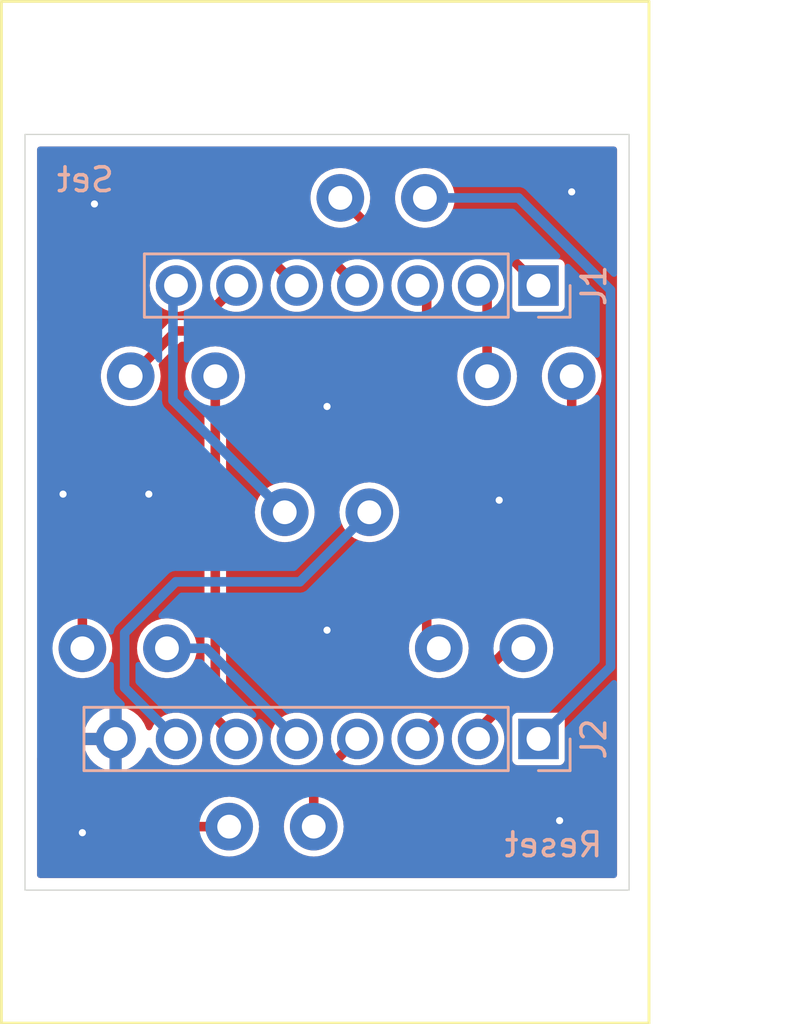
<source format=kicad_pcb>
(kicad_pcb (version 20220308) (generator pcbnew)
  (layers (0 "F.Cu" signal) (31 "B.Cu" signal) (34 "B.Paste" user) (35 "F.Paste" user) (36 "B.SilkS" user "B.Silkscreen") (37 "F.SilkS" user "F.Silkscreen") (38 "B.Mask" user) (39 "F.Mask" user) (44 "Edge.Cuts" user))
  (net 0 "")
  (net 1 "Net-(DS1-A_SET)")
  (net 2 "Net-(DS1-A_RESET)")
  (net 3 "Net-(DS1-B_SET)")
  (net 4 "Net-(DS1-B_RESET)")
  (net 5 "Net-(DS1-C_SET)")
  (net 6 "Net-(DS1-C_RESET)")
  (net 7 "Net-(DS1-D_SET)")
  (net 8 "Net-(DS1-D_RESET)")
  (net 9 "Net-(DS1-E_SET)")
  (net 10 "Net-(DS1-E_RESET)")
  (net 11 "Net-(DS1-F_SET)")
  (net 12 "Net-(DS1-F_RESET)")
  (net 13 "Net-(DS1-G_SET)")
  (net 14 "Net-(DS1-G_RESET)")
  (net 15 "GND")
  (footprint "mio:Small_7_Seg_FlipDot" (layer "F.Cu") (at 143.51 87.63)
    (fp_text reference "DS1" hide)
    (fp_text value "Small_7_Seg_FlipDot" hide)
    (fp_line (start -13.6906 -21.463) (end -13.6906 21.463) (stroke (width 0.12)) (layer "F.SilkS"))
    (fp_line (start -13.6906 -21.463) (end 13.5382 -21.463) (stroke (width 0.12)) (layer "F.SilkS"))
    (fp_line (start 13.5382 -21.463) (end 13.5382 21.463) (stroke (width 0.12)) (layer "F.SilkS"))
    (fp_line (start 13.5382 21.463) (end -13.6906 21.463) (stroke (width 0.12)) (layer "F.SilkS"))
    (pad "A1" thru_hole circle locked (at 0.5588 -13.208) (size 2 2) (drill 1) (layers *.Cu *.Mask) (net 1 "Net-(DS1-A_SET)"))
    (pad "A2" thru_hole circle locked (at 4.1148 -13.208) (size 2 2) (drill 1) (layers *.Cu *.Mask) (net 2 "Net-(DS1-A_RESET)"))
    (pad "B1" thru_hole circle locked (at 6.731 -5.715) (size 2 2) (drill 1) (layers *.Cu *.Mask) (net 3 "Net-(DS1-B_SET)"))
    (pad "B2" thru_hole circle locked (at 10.287 -5.715) (size 2 2) (drill 1) (layers *.Cu *.Mask) (net 4 "Net-(DS1-B_RESET)"))
    (pad "C1" thru_hole circle locked (at 4.699 5.715) (size 2 2) (drill 1) (layers *.Cu *.Mask) (net 5 "Net-(DS1-C_SET)"))
    (pad "C2" thru_hole circle locked (at 8.255 5.715) (size 2 2) (drill 1) (layers *.Cu *.Mask) (net 6 "Net-(DS1-C_RESET)"))
    (pad "D1" thru_hole circle locked (at -4.1148 13.208) (size 2 2) (drill 1) (layers *.Cu *.Mask) (net 7 "Net-(DS1-D_SET)"))
    (pad "D2" thru_hole circle locked (at -0.5588 13.208) (size 2 2) (drill 1) (layers *.Cu *.Mask) (net 8 "Net-(DS1-D_RESET)"))
    (pad "E1" thru_hole circle locked (at -10.287 5.715) (size 2 2) (drill 1) (layers *.Cu *.Mask) (net 9 "Net-(DS1-E_SET)"))
    (pad "E2" thru_hole circle locked (at -6.731 5.715) (size 2 2) (drill 1) (layers *.Cu *.Mask) (net 10 "Net-(DS1-E_RESET)"))
    (pad "F1" thru_hole circle locked (at -8.255 -5.715) (size 2 2) (drill 1) (layers *.Cu *.Mask) (net 11 "Net-(DS1-F_SET)"))
    (pad "F2" thru_hole circle locked (at -4.699 -5.715) (size 2 2) (drill 1) (layers *.Cu *.Mask) (net 12 "Net-(DS1-F_RESET)"))
    (pad "G1" thru_hole circle locked (at -1.778 0) (size 2 2) (drill 1) (layers *.Cu *.Mask) (net 13 "Net-(DS1-G_SET)"))
    (pad "G2" thru_hole circle locked (at 1.778 0) (size 2 2) (drill 1) (layers *.Cu *.Mask) (net 14 "Net-(DS1-G_RESET)"))
  )
  (footprint "Connector_PinHeader_2.54mm:PinHeader_1x07_P2.54mm_Vertical" (layer "B.Cu") (at 152.4 78.105 90)
    (fp_text reference "J1" (at 0 2.33 270) (layer "B.SilkS"))
    (fp_text value "Conn_01x07_Male")
    (fp_line (start -1.33 -16.57) (end 1.33 -16.57) (stroke (width 0.12)) (layer "B.SilkS"))
    (fp_line (start -1.33 -1.27) (end -1.33 -16.57) (stroke (width 0.12)) (layer "B.SilkS"))
    (fp_line (start -1.33 -1.27) (end 1.33 -1.27) (stroke (width 0.12)) (layer "B.SilkS"))
    (fp_line (start -1.33 0) (end -1.33 1.33) (stroke (width 0.12)) (layer "B.SilkS"))
    (fp_line (start -1.33 1.33) (end 0 1.33) (stroke (width 0.12)) (layer "B.SilkS"))
    (fp_line (start 1.33 -1.27) (end 1.33 -16.57) (stroke (width 0.12)) (layer "B.SilkS"))
    (pad "1" thru_hole rect locked (at 0 0 90) (size 1.7 1.7) (drill 1) (layers *.Cu *.Mask) (net 1 "Net-(DS1-A_SET)"))
    (pad "2" thru_hole oval locked (at 0 -2.54 90) (size 1.7 1.7) (drill 1) (layers *.Cu *.Mask) (net 3 "Net-(DS1-B_SET)"))
    (pad "3" thru_hole oval locked (at 0 -5.08 90) (size 1.7 1.7) (drill 1) (layers *.Cu *.Mask) (net 5 "Net-(DS1-C_SET)"))
    (pad "4" thru_hole oval locked (at 0 -7.62 90) (size 1.7 1.7) (drill 1) (layers *.Cu *.Mask) (net 7 "Net-(DS1-D_SET)"))
    (pad "5" thru_hole oval locked (at 0 -10.16 90) (size 1.7 1.7) (drill 1) (layers *.Cu *.Mask) (net 9 "Net-(DS1-E_SET)"))
    (pad "6" thru_hole oval locked (at 0 -12.7 90) (size 1.7 1.7) (drill 1) (layers *.Cu *.Mask) (net 11 "Net-(DS1-F_SET)"))
    (pad "7" thru_hole oval locked (at 0 -15.24 90) (size 1.7 1.7) (drill 1) (layers *.Cu *.Mask) (net 13 "Net-(DS1-G_SET)"))
  )
  (footprint "Connector_PinHeader_2.54mm:PinHeader_1x08_P2.54mm_Vertical" (layer "B.Cu") (at 152.4 97.155 90)
    (fp_text reference "J2" (at 0 2.33 270) (layer "B.SilkS"))
    (fp_text value "Conn_01x08_Male")
    (fp_line (start -1.33 -19.11) (end 1.33 -19.11) (stroke (width 0.12)) (layer "B.SilkS"))
    (fp_line (start -1.33 -1.27) (end -1.33 -19.11) (stroke (width 0.12)) (layer "B.SilkS"))
    (fp_line (start -1.33 -1.27) (end 1.33 -1.27) (stroke (width 0.12)) (layer "B.SilkS"))
    (fp_line (start -1.33 0) (end -1.33 1.33) (stroke (width 0.12)) (layer "B.SilkS"))
    (fp_line (start -1.33 1.33) (end 0 1.33) (stroke (width 0.12)) (layer "B.SilkS"))
    (fp_line (start 1.33 -1.27) (end 1.33 -19.11) (stroke (width 0.12)) (layer "B.SilkS"))
    (pad "1" thru_hole rect locked (at 0 0 90) (size 1.7 1.7) (drill 1) (layers *.Cu *.Mask) (net 2 "Net-(DS1-A_RESET)"))
    (pad "2" thru_hole oval locked (at 0 -2.54 90) (size 1.7 1.7) (drill 1) (layers *.Cu *.Mask) (net 4 "Net-(DS1-B_RESET)"))
    (pad "3" thru_hole oval locked (at 0 -5.08 90) (size 1.7 1.7) (drill 1) (layers *.Cu *.Mask) (net 6 "Net-(DS1-C_RESET)"))
    (pad "4" thru_hole oval locked (at 0 -7.62 90) (size 1.7 1.7) (drill 1) (layers *.Cu *.Mask) (net 8 "Net-(DS1-D_RESET)"))
    (pad "5" thru_hole oval locked (at 0 -10.16 90) (size 1.7 1.7) (drill 1) (layers *.Cu *.Mask) (net 10 "Net-(DS1-E_RESET)"))
    (pad "6" thru_hole oval locked (at 0 -12.7 90) (size 1.7 1.7) (drill 1) (layers *.Cu *.Mask) (net 12 "Net-(DS1-F_RESET)"))
    (pad "7" thru_hole oval locked (at 0 -15.24 90) (size 1.7 1.7) (drill 1) (layers *.Cu *.Mask) (net 14 "Net-(DS1-G_RESET)"))
    (pad "8" thru_hole oval locked (at 0 -17.78 90) (size 1.7 1.7) (drill 1) (layers *.Cu *.Mask) (net 15 "GND"))
  )
  (gr_line (start 156.21 71.755) (end 156.21 103.505) (stroke (width 0.05)) (layer "Edge.Cuts"))
  (gr_line (start 130.81 71.755) (end 156.21 71.755) (stroke (width 0.05)) (layer "Edge.Cuts"))
  (gr_line (start 130.81 103.505) (end 130.81 71.755) (stroke (width 0.05)) (layer "Edge.Cuts"))
  (gr_line (start 156.21 103.505) (end 130.81 103.505) (stroke (width 0.05)) (layer "Edge.Cuts"))
  (gr_text "Set" (at 133.35 73.66) (layer "B.SilkS") (effects (font (size 1 1)) (justify mirror)))
  (gr_text "Reset" (at 153.035 101.6) (layer "B.SilkS") (effects (font (size 1 1)) (justify mirror)))
  (segment (start 150.914999 76.619999) (end 152.4 78.105) (width 0.4) (layer "F.Cu") (net 1))
  (segment (start 144.0688 74.422) (end 146.266799 76.619999) (width 0.4) (layer "F.Cu") (net 1))
  (segment (start 146.266799 76.619999) (end 150.914999 76.619999) (width 0.4) (layer "F.Cu") (net 1))
  (segment (start 152.4 97.155) (end 155.432001 94.122999) (width 0.4) (layer "B.Cu") (net 2))
  (segment (start 151.560002 74.422) (end 147.6248 74.422) (width 0.4) (layer "B.Cu") (net 2))
  (segment (start 155.432001 94.122999) (end 155.432001 78.293999) (width 0.4) (layer "B.Cu") (net 2))
  (segment (start 155.432001 78.293999) (end 151.560002 74.422) (width 0.4) (layer "B.Cu") (net 2))
  (segment (start 150.241 81.915) (end 150.241 78.486) (width 0.4) (layer "F.Cu") (net 3))
  (segment (start 150.241 78.486) (end 149.86 78.105) (width 0.4) (layer "F.Cu") (net 3))
  (segment (start 149.86 96.774) (end 151.384 95.25) (width 0.4) (layer "F.Cu") (net 4))
  (segment (start 151.384 95.25) (end 152.279802 95.25) (width 0.4) (layer "F.Cu") (net 4))
  (segment (start 152.279802 95.25) (end 153.797 93.732802) (width 0.4) (layer "F.Cu") (net 4))
  (segment (start 149.86 97.155) (end 149.86 96.774) (width 0.4) (layer "F.Cu") (net 4))
  (segment (start 153.797 93.732802) (end 153.797 81.915) (width 0.4) (layer "F.Cu") (net 4))
  (segment (start 147.701 78.486) (end 147.32 78.105) (width 0.4) (layer "F.Cu") (net 5))
  (segment (start 147.701 92.837) (end 147.701 78.486) (width 0.4) (layer "F.Cu") (net 5))
  (segment (start 148.209 93.345) (end 147.701 92.837) (width 0.4) (layer "F.Cu") (net 5))
  (segment (start 151.47475 93.345) (end 151.765 93.345) (width 0.4) (layer "F.Cu") (net 6))
  (segment (start 151.13 93.345) (end 151.765 93.345) (width 0.4) (layer "F.Cu") (net 6))
  (segment (start 147.32 97.155) (end 151.13 93.345) (width 0.4) (layer "F.Cu") (net 6))
  (segment (start 131.587999 80.221951) (end 136.07896 75.730989) (width 0.4) (layer "F.Cu") (net 7))
  (segment (start 136.07896 75.730989) (end 142.405989 75.730989) (width 0.4) (layer "F.Cu") (net 7))
  (segment (start 142.405989 75.730989) (end 144.78 78.105) (width 0.4) (layer "F.Cu") (net 7))
  (segment (start 131.587999 97.297999) (end 131.587999 80.221951) (width 0.4) (layer "F.Cu") (net 7))
  (segment (start 139.3952 100.838) (end 135.128 100.838) (width 0.4) (layer "F.Cu") (net 7))
  (segment (start 135.128 100.838) (end 131.587999 97.297999) (width 0.4) (layer "F.Cu") (net 7))
  (segment (start 142.9512 98.9838) (end 144.78 97.155) (width 0.4) (layer "F.Cu") (net 8))
  (segment (start 142.9512 100.838) (end 142.9512 98.9838) (width 0.4) (layer "F.Cu") (net 8))
  (segment (start 133.223 93.345) (end 133.223 79.844198) (width 0.4) (layer "F.Cu") (net 9))
  (segment (start 140.754999 76.619999) (end 142.24 78.105) (width 0.4) (layer "F.Cu") (net 9))
  (segment (start 133.223 79.844198) (end 136.447199 76.619999) (width 0.4) (layer "F.Cu") (net 9))
  (segment (start 136.447199 76.619999) (end 140.754999 76.619999) (width 0.4) (layer "F.Cu") (net 9))
  (segment (start 138.43 93.345) (end 136.779 93.345) (width 0.4) (layer "B.Cu") (net 10))
  (segment (start 142.24 97.155) (end 138.43 93.345) (width 0.4) (layer "B.Cu") (net 10))
  (segment (start 135.255 81.915) (end 137.16 80.01) (width 0.4) (layer "F.Cu") (net 11))
  (segment (start 137.16 80.01) (end 137.795 80.01) (width 0.4) (layer "F.Cu") (net 11))
  (segment (start 137.795 80.01) (end 139.7 78.105) (width 0.4) (layer "F.Cu") (net 11))
  (segment (start 138.811 81.915) (end 138.811 96.266) (width 0.4) (layer "F.Cu") (net 12))
  (segment (start 138.811 96.266) (end 139.7 97.155) (width 0.4) (layer "F.Cu") (net 12))
  (segment (start 141.732 87.63) (end 137.033 82.931) (width 0.4) (layer "B.Cu") (net 13))
  (segment (start 137.033 82.931) (end 137.033 78.232) (width 0.4) (layer "B.Cu") (net 13))
  (segment (start 137.033 78.232) (end 137.16 78.105) (width 0.4) (layer "B.Cu") (net 13))
  (segment (start 135.001 92.703198) (end 137.153198 90.551) (width 0.4) (layer "B.Cu") (net 14))
  (segment (start 135.001 94.996) (end 135.001 92.703198) (width 0.4) (layer "B.Cu") (net 14))
  (segment (start 142.367 90.551) (end 145.288 87.63) (width 0.4) (layer "B.Cu") (net 14))
  (segment (start 137.153198 90.551) (end 142.367 90.551) (width 0.4) (layer "B.Cu") (net 14))
  (segment (start 137.16 97.155) (end 135.001 94.996) (width 0.4) (layer "B.Cu") (net 14))
  (via (at 136.017 86.868) (size 0.6) (drill 0.3) (layers "F.Cu" "B.Cu") (net 15))
  (via (at 153.797 74.168) (size 0.6) (drill 0.3) (layers "F.Cu" "B.Cu") (net 15))
  (via (at 153.289 100.584) (size 0.6) (drill 0.3) (layers "F.Cu" "B.Cu") (net 15))
  (via (at 150.749 87.122) (size 0.6) (drill 0.3) (layers "F.Cu" "B.Cu") (net 15))
  (via (at 143.51 92.583) (size 0.6) (drill 0.3) (layers "F.Cu" "B.Cu") (net 15))
  (via (at 132.4102 86.868) (size 0.6) (drill 0.3) (layers "F.Cu" "B.Cu") (net 15))
  (via (at 133.731 74.676) (size 0.6) (drill 0.3) (layers "F.Cu" "B.Cu") (net 15))
  (via (at 133.223 101.092) (size 0.6) (drill 0.3) (layers "F.Cu" "B.Cu") (net 15))
  (via (at 143.51 83.185) (size 0.6) (drill 0.3) (layers "F.Cu" "B.Cu") (net 15))
  (zone (net 15) (net_name "GND") (layer "F.Cu") (connect_pads (clearance 0.254)) (min_thickness 0.254) (fill yes (thermal_gap 0.508) (thermal_bridge_width 0.508))
    (polygon (pts (xy 155.702 102.997) (xy 131.318 102.997) (xy 131.318 72.263) (xy 155.702 72.263)))
  )
  (zone (net 15) (net_name "GND") (layers F&B.Cu) (connect_pads (clearance 0.254)) (min_thickness 0.254) (fill yes (thermal_gap 0.508) (thermal_bridge_width 0.508))
    (polygon (pts (xy 155.702 102.997) (xy 131.318 102.997) (xy 131.318 72.263) (xy 155.702 72.263)))
  )
)
</source>
